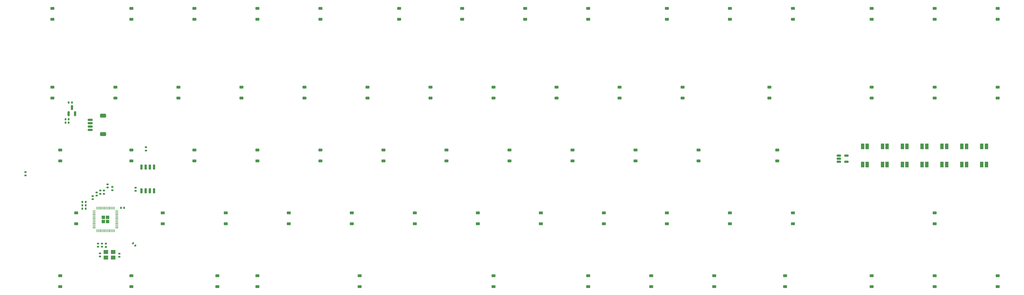
<source format=gbr>
%TF.GenerationSoftware,KiCad,Pcbnew,(7.0.0-0)*%
%TF.CreationDate,2023-07-19T14:43:01-04:00*%
%TF.ProjectId,meadowstumble,6d656164-6f77-4737-9475-6d626c652e6b,rev?*%
%TF.SameCoordinates,Original*%
%TF.FileFunction,Paste,Bot*%
%TF.FilePolarity,Positive*%
%FSLAX46Y46*%
G04 Gerber Fmt 4.6, Leading zero omitted, Abs format (unit mm)*
G04 Created by KiCad (PCBNEW (7.0.0-0)) date 2023-07-19 14:43:01*
%MOMM*%
%LPD*%
G01*
G04 APERTURE LIST*
G04 Aperture macros list*
%AMRoundRect*
0 Rectangle with rounded corners*
0 $1 Rounding radius*
0 $2 $3 $4 $5 $6 $7 $8 $9 X,Y pos of 4 corners*
0 Add a 4 corners polygon primitive as box body*
4,1,4,$2,$3,$4,$5,$6,$7,$8,$9,$2,$3,0*
0 Add four circle primitives for the rounded corners*
1,1,$1+$1,$2,$3*
1,1,$1+$1,$4,$5*
1,1,$1+$1,$6,$7*
1,1,$1+$1,$8,$9*
0 Add four rect primitives between the rounded corners*
20,1,$1+$1,$2,$3,$4,$5,0*
20,1,$1+$1,$4,$5,$6,$7,0*
20,1,$1+$1,$6,$7,$8,$9,0*
20,1,$1+$1,$8,$9,$2,$3,0*%
G04 Aperture macros list end*
%ADD10RoundRect,0.135000X-0.185000X0.135000X-0.185000X-0.135000X0.185000X-0.135000X0.185000X0.135000X0*%
%ADD11RoundRect,0.140000X0.170000X-0.140000X0.170000X0.140000X-0.170000X0.140000X-0.170000X-0.140000X0*%
%ADD12RoundRect,0.140000X0.140000X0.170000X-0.140000X0.170000X-0.140000X-0.170000X0.140000X-0.170000X0*%
%ADD13RoundRect,0.225000X0.375000X-0.225000X0.375000X0.225000X-0.375000X0.225000X-0.375000X-0.225000X0*%
%ADD14RoundRect,0.140000X-0.140000X-0.170000X0.140000X-0.170000X0.140000X0.170000X-0.140000X0.170000X0*%
%ADD15RoundRect,0.135000X0.185000X-0.135000X0.185000X0.135000X-0.185000X0.135000X-0.185000X-0.135000X0*%
%ADD16R,1.000000X1.700000*%
%ADD17R,1.400000X1.200000*%
%ADD18RoundRect,0.140000X-0.170000X0.140000X-0.170000X-0.140000X0.170000X-0.140000X0.170000X0.140000X0*%
%ADD19RoundRect,0.150000X-0.150000X0.650000X-0.150000X-0.650000X0.150000X-0.650000X0.150000X0.650000X0*%
%ADD20RoundRect,0.250000X0.292217X0.292217X-0.292217X0.292217X-0.292217X-0.292217X0.292217X-0.292217X0*%
%ADD21RoundRect,0.050000X0.387500X0.050000X-0.387500X0.050000X-0.387500X-0.050000X0.387500X-0.050000X0*%
%ADD22RoundRect,0.050000X0.050000X0.387500X-0.050000X0.387500X-0.050000X-0.387500X0.050000X-0.387500X0*%
%ADD23RoundRect,0.150000X0.150000X-0.587500X0.150000X0.587500X-0.150000X0.587500X-0.150000X-0.587500X0*%
%ADD24RoundRect,0.140000X-0.219203X-0.021213X-0.021213X-0.219203X0.219203X0.021213X0.021213X0.219203X0*%
%ADD25RoundRect,0.150000X-0.512500X-0.150000X0.512500X-0.150000X0.512500X0.150000X-0.512500X0.150000X0*%
%ADD26RoundRect,0.150000X-0.625000X0.150000X-0.625000X-0.150000X0.625000X-0.150000X0.625000X0.150000X0*%
%ADD27RoundRect,0.250000X-0.650000X0.350000X-0.650000X-0.350000X0.650000X-0.350000X0.650000X0.350000X0*%
G04 APERTURE END LIST*
D10*
%TO.C,R_Flash1*%
X86750000Y-124890000D03*
X86750000Y-125910000D03*
%TD*%
D11*
%TO.C,C_3V-Decoup3*%
X75212500Y-137125000D03*
X75212500Y-136165000D03*
%TD*%
D12*
%TO.C,C_3V-Decoup4*%
X68565000Y-143532500D03*
X67605000Y-143532500D03*
%TD*%
D13*
%TO.C,D14*%
X325225000Y-86162500D03*
X325225000Y-82862500D03*
%TD*%
%TO.C,D46*%
X129962500Y-148075000D03*
X129962500Y-144775000D03*
%TD*%
D10*
%TO.C,R_DATA2*%
X73012500Y-138005000D03*
X73012500Y-139025000D03*
%TD*%
D13*
%TO.C,D53*%
X263312500Y-148075000D03*
X263312500Y-144775000D03*
%TD*%
%TO.C,D23*%
X191875000Y-109975000D03*
X191875000Y-106675000D03*
%TD*%
D14*
%TO.C,C_3V-Decoup6*%
X79232500Y-143325000D03*
X80192500Y-143325000D03*
%TD*%
D15*
%TO.C,R_Crystal1*%
X74712500Y-155125000D03*
X74712500Y-154105000D03*
%TD*%
D13*
%TO.C,D16*%
X58525000Y-109975000D03*
X58525000Y-106675000D03*
%TD*%
%TO.C,D56*%
X60906250Y-167125000D03*
X60906250Y-163825000D03*
%TD*%
D16*
%TO.C,D70*%
X309424999Y-130124999D03*
X310824999Y-130124999D03*
X310824999Y-124624999D03*
X309424999Y-124624999D03*
%TD*%
D13*
%TO.C,D68*%
X344275000Y-167125000D03*
X344275000Y-163825000D03*
%TD*%
%TO.C,D67*%
X325225000Y-167125000D03*
X325225000Y-163825000D03*
%TD*%
%TO.C,D7*%
X182350000Y-86162500D03*
X182350000Y-82862500D03*
%TD*%
D11*
%TO.C,C_3V-Decoup2*%
X70712500Y-140705000D03*
X70712500Y-139745000D03*
%TD*%
D13*
%TO.C,D51*%
X225212500Y-148075000D03*
X225212500Y-144775000D03*
%TD*%
D17*
%TO.C,Y1*%
X74712499Y-156624999D03*
X76912499Y-156624999D03*
X76912499Y-158324999D03*
X74712499Y-158324999D03*
%TD*%
D13*
%TO.C,D41*%
X253787500Y-129025000D03*
X253787500Y-125725000D03*
%TD*%
%TO.C,D34*%
X120437500Y-129025000D03*
X120437500Y-125725000D03*
%TD*%
D12*
%TO.C,C_LD2*%
X63430000Y-116450000D03*
X62470000Y-116450000D03*
%TD*%
D13*
%TO.C,D32*%
X82337500Y-129025000D03*
X82337500Y-125725000D03*
%TD*%
%TO.C,D59*%
X120437500Y-167125000D03*
X120437500Y-163825000D03*
%TD*%
%TO.C,D8*%
X201400000Y-86162500D03*
X201400000Y-82862500D03*
%TD*%
D18*
%TO.C,C_Crystal1*%
X78712500Y-157145000D03*
X78712500Y-158105000D03*
%TD*%
D13*
%TO.C,D57*%
X82337500Y-167125000D03*
X82337500Y-163825000D03*
%TD*%
%TO.C,D50*%
X206162500Y-148075000D03*
X206162500Y-144775000D03*
%TD*%
D19*
%TO.C,U2*%
X85402500Y-130925000D03*
X86672500Y-130925000D03*
X87942500Y-130925000D03*
X89212500Y-130925000D03*
X89212500Y-138125000D03*
X87942500Y-138125000D03*
X86672500Y-138125000D03*
X85402500Y-138125000D03*
%TD*%
D13*
%TO.C,D2*%
X82337500Y-86162500D03*
X82337500Y-82862500D03*
%TD*%
%TO.C,D40*%
X234737500Y-129025000D03*
X234737500Y-125725000D03*
%TD*%
D18*
%TO.C,C_1V-Decoup3*%
X72312500Y-154125000D03*
X72312500Y-155085000D03*
%TD*%
D13*
%TO.C,D5*%
X139487500Y-86162500D03*
X139487500Y-82862500D03*
%TD*%
D11*
%TO.C,C_Crystal2*%
X72912500Y-158025000D03*
X72912500Y-157065000D03*
%TD*%
D13*
%TO.C,D42*%
X277600000Y-129025000D03*
X277600000Y-125725000D03*
%TD*%
%TO.C,D19*%
X115675000Y-109975000D03*
X115675000Y-106675000D03*
%TD*%
D20*
%TO.C,U1*%
X75212500Y-147462500D03*
X75212500Y-146187500D03*
X73937500Y-147462500D03*
X73937500Y-146187500D03*
D21*
X78012500Y-144225000D03*
X78012500Y-144625000D03*
X78012500Y-145025000D03*
X78012500Y-145425000D03*
X78012500Y-145825000D03*
X78012500Y-146225000D03*
X78012500Y-146625000D03*
X78012500Y-147025000D03*
X78012500Y-147425000D03*
X78012500Y-147825000D03*
X78012500Y-148225000D03*
X78012500Y-148625000D03*
X78012500Y-149025000D03*
X78012500Y-149425000D03*
D22*
X77175000Y-150262500D03*
X76775000Y-150262500D03*
X76375000Y-150262500D03*
X75975000Y-150262500D03*
X75575000Y-150262500D03*
X75175000Y-150262500D03*
X74775000Y-150262500D03*
X74375000Y-150262500D03*
X73975000Y-150262500D03*
X73575000Y-150262500D03*
X73175000Y-150262500D03*
X72775000Y-150262500D03*
X72375000Y-150262500D03*
X71975000Y-150262500D03*
D21*
X71137500Y-149425000D03*
X71137500Y-149025000D03*
X71137500Y-148625000D03*
X71137500Y-148225000D03*
X71137500Y-147825000D03*
X71137500Y-147425000D03*
X71137500Y-147025000D03*
X71137500Y-146625000D03*
X71137500Y-146225000D03*
X71137500Y-145825000D03*
X71137500Y-145425000D03*
X71137500Y-145025000D03*
X71137500Y-144625000D03*
X71137500Y-144225000D03*
D22*
X71975000Y-143387500D03*
X72375000Y-143387500D03*
X72775000Y-143387500D03*
X73175000Y-143387500D03*
X73575000Y-143387500D03*
X73975000Y-143387500D03*
X74375000Y-143387500D03*
X74775000Y-143387500D03*
X75175000Y-143387500D03*
X75575000Y-143387500D03*
X75975000Y-143387500D03*
X76375000Y-143387500D03*
X76775000Y-143387500D03*
X77175000Y-143387500D03*
%TD*%
D13*
%TO.C,D6*%
X163300000Y-86162500D03*
X163300000Y-82862500D03*
%TD*%
%TO.C,D44*%
X91862500Y-148075000D03*
X91862500Y-144775000D03*
%TD*%
%TO.C,D63*%
X239500000Y-167125000D03*
X239500000Y-163825000D03*
%TD*%
%TO.C,D33*%
X101387500Y-129025000D03*
X101387500Y-125725000D03*
%TD*%
D16*
%TO.C,D75*%
X339424999Y-130124999D03*
X340824999Y-130124999D03*
X340824999Y-124624999D03*
X339424999Y-124624999D03*
%TD*%
D13*
%TO.C,D24*%
X210925000Y-109975000D03*
X210925000Y-106675000D03*
%TD*%
D12*
%TO.C,C_3V-Decoup1*%
X63430000Y-117450000D03*
X62470000Y-117450000D03*
%TD*%
D13*
%TO.C,D52*%
X244262500Y-148075000D03*
X244262500Y-144775000D03*
%TD*%
%TO.C,D21*%
X153775000Y-109975000D03*
X153775000Y-106675000D03*
%TD*%
%TO.C,D15*%
X344275000Y-86162500D03*
X344275000Y-82862500D03*
%TD*%
%TO.C,D37*%
X177587500Y-129025000D03*
X177587500Y-125725000D03*
%TD*%
%TO.C,D61*%
X191875000Y-167125000D03*
X191875000Y-163825000D03*
%TD*%
D16*
%TO.C,D69*%
X303424999Y-130124999D03*
X304824999Y-130124999D03*
X304824999Y-124624999D03*
X303424999Y-124624999D03*
%TD*%
%TO.C,D74*%
X333424999Y-130124999D03*
X334824999Y-130124999D03*
X334824999Y-124624999D03*
X333424999Y-124624999D03*
%TD*%
D13*
%TO.C,D31*%
X60906250Y-129025000D03*
X60906250Y-125725000D03*
%TD*%
%TO.C,D60*%
X151393750Y-167125000D03*
X151393750Y-163825000D03*
%TD*%
%TO.C,D4*%
X120437500Y-86162500D03*
X120437500Y-82862500D03*
%TD*%
D11*
%TO.C,C_1V-Decoup2*%
X76612500Y-137925000D03*
X76612500Y-136965000D03*
%TD*%
D13*
%TO.C,D66*%
X306175000Y-167125000D03*
X306175000Y-163825000D03*
%TD*%
%TO.C,D49*%
X187112500Y-148075000D03*
X187112500Y-144775000D03*
%TD*%
%TO.C,D62*%
X220450000Y-167125000D03*
X220450000Y-163825000D03*
%TD*%
%TO.C,D36*%
X158537500Y-129025000D03*
X158537500Y-125725000D03*
%TD*%
%TO.C,D64*%
X258550000Y-167125000D03*
X258550000Y-163825000D03*
%TD*%
D16*
%TO.C,D72*%
X321424999Y-130124999D03*
X322824999Y-130124999D03*
X322824999Y-124624999D03*
X321424999Y-124624999D03*
%TD*%
D13*
%TO.C,D20*%
X134725000Y-109975000D03*
X134725000Y-106675000D03*
%TD*%
D12*
%TO.C,C_LD1*%
X64410000Y-111350000D03*
X63450000Y-111350000D03*
%TD*%
D13*
%TO.C,D39*%
X215687500Y-129025000D03*
X215687500Y-125725000D03*
%TD*%
D10*
%TO.C,R_DATA1*%
X74112500Y-138005000D03*
X74112500Y-139025000D03*
%TD*%
D13*
%TO.C,D10*%
X244262500Y-86162500D03*
X244262500Y-82862500D03*
%TD*%
D15*
%TO.C,R_RST1*%
X50362500Y-133485000D03*
X50362500Y-132465000D03*
%TD*%
D13*
%TO.C,D47*%
X149012500Y-148075000D03*
X149012500Y-144775000D03*
%TD*%
D23*
%TO.C,U3*%
X65350000Y-114787500D03*
X63450000Y-114787500D03*
X64400000Y-112912500D03*
%TD*%
D13*
%TO.C,D48*%
X168062500Y-148075000D03*
X168062500Y-144775000D03*
%TD*%
D12*
%TO.C,C_3V-Decoup7*%
X68565000Y-141532500D03*
X67605000Y-141532500D03*
%TD*%
D13*
%TO.C,D13*%
X306175000Y-86162500D03*
X306175000Y-82862500D03*
%TD*%
D11*
%TO.C,C_1V-Decoup1*%
X71912500Y-139605000D03*
X71912500Y-138645000D03*
%TD*%
D13*
%TO.C,D35*%
X139487500Y-129025000D03*
X139487500Y-125725000D03*
%TD*%
%TO.C,D17*%
X77575000Y-109975000D03*
X77575000Y-106675000D03*
%TD*%
%TO.C,D3*%
X101387500Y-86162500D03*
X101387500Y-82862500D03*
%TD*%
D24*
%TO.C,C_3V-Decoup9*%
X82910589Y-154060589D03*
X83589411Y-154739411D03*
%TD*%
D13*
%TO.C,D18*%
X96625000Y-109975000D03*
X96625000Y-106675000D03*
%TD*%
D11*
%TO.C,C_Flash1*%
X83612500Y-138125000D03*
X83612500Y-137165000D03*
%TD*%
D13*
%TO.C,D22*%
X172825000Y-109975000D03*
X172825000Y-106675000D03*
%TD*%
%TO.C,D26*%
X249025000Y-109975000D03*
X249025000Y-106675000D03*
%TD*%
%TO.C,D30*%
X344275000Y-109975000D03*
X344275000Y-106675000D03*
%TD*%
D18*
%TO.C,C_3V-Decoup8*%
X73512500Y-154125000D03*
X73512500Y-155085000D03*
%TD*%
D13*
%TO.C,D1*%
X58525000Y-86162500D03*
X58525000Y-82862500D03*
%TD*%
D12*
%TO.C,C_3V-Decoup5*%
X68565000Y-142532500D03*
X67605000Y-142532500D03*
%TD*%
D13*
%TO.C,D54*%
X282362500Y-148075000D03*
X282362500Y-144775000D03*
%TD*%
%TO.C,D11*%
X263312500Y-86162500D03*
X263312500Y-82862500D03*
%TD*%
%TO.C,D12*%
X282362500Y-86162500D03*
X282362500Y-82862500D03*
%TD*%
%TO.C,D9*%
X220450000Y-86162500D03*
X220450000Y-82862500D03*
%TD*%
%TO.C,D27*%
X275218750Y-109975000D03*
X275218750Y-106675000D03*
%TD*%
%TO.C,D65*%
X279981250Y-167125000D03*
X279981250Y-163825000D03*
%TD*%
%TO.C,D43*%
X65668750Y-148075000D03*
X65668750Y-144775000D03*
%TD*%
D16*
%TO.C,D73*%
X327424999Y-130124999D03*
X328824999Y-130124999D03*
X328824999Y-124624999D03*
X327424999Y-124624999D03*
%TD*%
D13*
%TO.C,D38*%
X196637500Y-129025000D03*
X196637500Y-125725000D03*
%TD*%
%TO.C,D58*%
X108387500Y-167125000D03*
X108387500Y-163825000D03*
%TD*%
%TO.C,D45*%
X110912500Y-148075000D03*
X110912500Y-144775000D03*
%TD*%
%TO.C,D55*%
X325225000Y-148075000D03*
X325225000Y-144775000D03*
%TD*%
D25*
%TO.C,U4*%
X296262500Y-129350000D03*
X296262500Y-128400000D03*
X296262500Y-127450000D03*
X298537500Y-127450000D03*
X298537500Y-129350000D03*
%TD*%
D13*
%TO.C,D29*%
X325225000Y-109975000D03*
X325225000Y-106675000D03*
%TD*%
%TO.C,D25*%
X229975000Y-109975000D03*
X229975000Y-106675000D03*
%TD*%
D26*
%TO.C,J1*%
X69912500Y-116625000D03*
X69912500Y-117625000D03*
X69912500Y-118625000D03*
X69912500Y-119625000D03*
D27*
X73787500Y-115325000D03*
X73787500Y-120925000D03*
%TD*%
D13*
%TO.C,D28*%
X306175000Y-109975000D03*
X306175000Y-106675000D03*
%TD*%
D16*
%TO.C,D71*%
X315424999Y-130124999D03*
X316824999Y-130124999D03*
X316824999Y-124624999D03*
X315424999Y-124624999D03*
%TD*%
M02*

</source>
